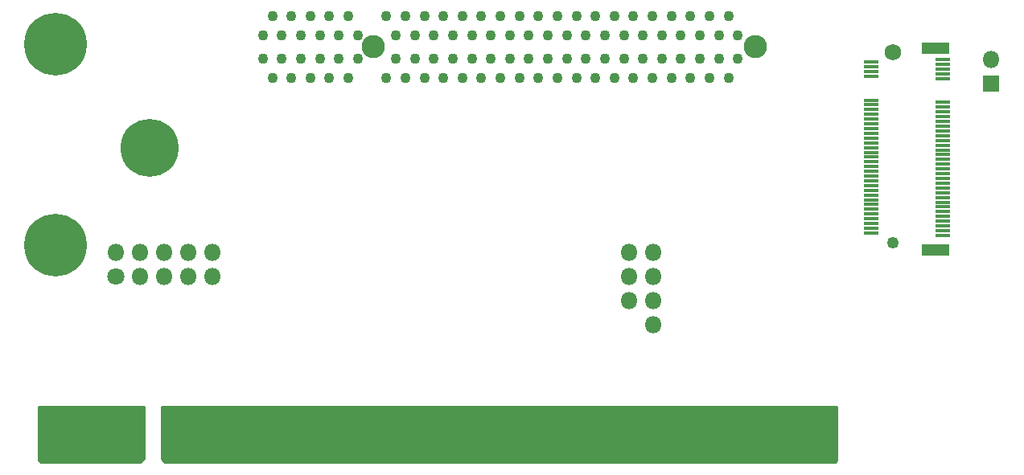
<source format=gbr>
%TF.GenerationSoftware,KiCad,Pcbnew,(5.1.6)-1*%
%TF.CreationDate,2021-07-09T16:03:55+01:00*%
%TF.ProjectId,t9120riser,74393132-3072-4697-9365-722e6b696361,rev?*%
%TF.SameCoordinates,Original*%
%TF.FileFunction,Soldermask,Bot*%
%TF.FilePolarity,Negative*%
%FSLAX46Y46*%
G04 Gerber Fmt 4.6, Leading zero omitted, Abs format (unit mm)*
G04 Created by KiCad (PCBNEW (5.1.6)-1) date 2021-07-09 16:03:55*
%MOMM*%
%LPD*%
G01*
G04 APERTURE LIST*
%ADD10O,1.800000X1.800000*%
%ADD11C,2.450000*%
%ADD12C,1.100000*%
%ADD13C,1.800000*%
%ADD14R,1.800000X1.800000*%
%ADD15R,0.800000X4.300000*%
%ADD16R,0.800000X3.300000*%
%ADD17C,6.100000*%
%ADD18C,6.600000*%
%ADD19R,2.850000X1.300000*%
%ADD20C,1.750000*%
%ADD21C,1.250000*%
%ADD22R,1.650000X0.400000*%
%ADD23C,0.254000*%
G04 APERTURE END LIST*
D10*
%TO.C,J7*%
X138650000Y-120200000D03*
X141190000Y-120200000D03*
X138650000Y-122740000D03*
X141190000Y-122740000D03*
X138650000Y-125280000D03*
X141190000Y-125280000D03*
X141190000Y-127820000D03*
%TD*%
D11*
%TO.C,J2*%
X151910000Y-98600000D03*
D12*
X150100000Y-97350000D03*
X150100000Y-99850000D03*
X149100000Y-95350000D03*
X149100000Y-101850000D03*
X148100000Y-97350000D03*
X148100000Y-99850000D03*
X147100000Y-95350000D03*
X147100000Y-101850000D03*
X146100000Y-97350000D03*
X146100000Y-99850000D03*
X145100000Y-95350000D03*
X145100000Y-101850000D03*
X144100000Y-97350000D03*
X144100000Y-99850000D03*
X143100000Y-95350000D03*
X143100000Y-101850000D03*
X142100000Y-97350000D03*
X142100000Y-99850000D03*
X141100000Y-95350000D03*
X141100000Y-101850000D03*
X140100000Y-97350000D03*
X140100000Y-99850000D03*
X139100000Y-95350000D03*
X139100000Y-101850000D03*
X138100000Y-97350000D03*
X138100000Y-99850000D03*
X137100000Y-95350000D03*
X137100000Y-101850000D03*
X136100000Y-97350000D03*
X136100000Y-99850000D03*
X135100000Y-95350000D03*
X135100000Y-101850000D03*
X134100000Y-97350000D03*
X134100000Y-99850000D03*
X133100000Y-95350000D03*
X133100000Y-101850000D03*
X132100000Y-97350000D03*
X132100000Y-99850000D03*
X131100000Y-95350000D03*
X131100000Y-101850000D03*
X130100000Y-97350000D03*
X130100000Y-99850000D03*
X129100000Y-95350000D03*
X129100000Y-101850000D03*
X128100000Y-97350000D03*
X128100000Y-99850000D03*
X127100000Y-95350000D03*
X127100000Y-101850000D03*
X126100000Y-97350000D03*
X126100000Y-99850000D03*
X125100000Y-95350000D03*
X125100000Y-101850000D03*
X124100000Y-97350000D03*
X124100000Y-99850000D03*
X123100000Y-95350000D03*
X123100000Y-101850000D03*
X122100000Y-97350000D03*
X122100000Y-99850000D03*
X121100000Y-95350000D03*
X121100000Y-101850000D03*
X120100000Y-97350000D03*
X120100000Y-99850000D03*
X119100000Y-95350000D03*
X119100000Y-101850000D03*
X118100000Y-97350000D03*
X118100000Y-99850000D03*
X117100000Y-95350000D03*
X117100000Y-101850000D03*
X116100000Y-97350000D03*
X116100000Y-99850000D03*
X115100000Y-95350000D03*
X115100000Y-101850000D03*
X114100000Y-97350000D03*
X114100000Y-99850000D03*
X113100000Y-95350000D03*
X113100000Y-101850000D03*
D11*
X111750000Y-98600000D03*
D12*
X110100000Y-99850000D03*
X109100000Y-101850000D03*
X108100000Y-99850000D03*
X107100000Y-101850000D03*
X106100000Y-99850000D03*
X105100000Y-101850000D03*
X104100000Y-99850000D03*
X103100000Y-101850000D03*
X102100000Y-99850000D03*
X101100000Y-101850000D03*
X100100000Y-99850000D03*
X110100000Y-97350000D03*
X109100000Y-95350000D03*
X108100000Y-97350000D03*
X107100000Y-95350000D03*
X106100000Y-97350000D03*
X105100000Y-95350000D03*
X104100000Y-97350000D03*
X103100000Y-95350000D03*
X102100000Y-97350000D03*
X101100000Y-95350000D03*
X100100000Y-97350000D03*
%TD*%
D10*
%TO.C,J6*%
X94810000Y-120200000D03*
X94810000Y-122740000D03*
X92270000Y-120200000D03*
X92270000Y-122740000D03*
X89730000Y-120200000D03*
X89730000Y-122740000D03*
X87190000Y-120200000D03*
X87190000Y-122740000D03*
X84650000Y-120200000D03*
D13*
X84650000Y-122740000D03*
%TD*%
D14*
%TO.C,J3*%
X176750000Y-102440000D03*
D10*
X176750000Y-99900000D03*
%TD*%
D15*
%TO.C,J1*%
X110000000Y-138500000D03*
X109000000Y-138500000D03*
X108000000Y-138500000D03*
X107000000Y-138500000D03*
X106000000Y-138500000D03*
X105000000Y-138500000D03*
X104000000Y-138500000D03*
X103000000Y-138500000D03*
X102000000Y-138500000D03*
X101000000Y-138500000D03*
X100000000Y-138500000D03*
X99000000Y-138500000D03*
X98000000Y-138500000D03*
X97000000Y-138500000D03*
X96000000Y-138500000D03*
X95000000Y-138500000D03*
X94000000Y-138500000D03*
X93000000Y-138500000D03*
X92000000Y-138500000D03*
X91000000Y-138500000D03*
X90000000Y-138500000D03*
X87000000Y-138500000D03*
X86000000Y-138500000D03*
X85000000Y-138500000D03*
X84000000Y-138500000D03*
X83000000Y-138500000D03*
X82000000Y-138500000D03*
X81000000Y-138500000D03*
X80000000Y-138500000D03*
X79000000Y-138500000D03*
X78000000Y-138500000D03*
D16*
X77000000Y-138000000D03*
D15*
X111000000Y-138500000D03*
X112000000Y-138500000D03*
X113000000Y-138500000D03*
X114000000Y-138500000D03*
X115000000Y-138500000D03*
X116000000Y-138500000D03*
X117000000Y-138500000D03*
X118000000Y-138500000D03*
X119000000Y-138500000D03*
X120000000Y-138500000D03*
X121000000Y-138500000D03*
X122000000Y-138500000D03*
X123000000Y-138500000D03*
X124000000Y-138500000D03*
X125000000Y-138500000D03*
X126000000Y-138500000D03*
X127000000Y-138500000D03*
X128000000Y-138500000D03*
X129000000Y-138500000D03*
X130000000Y-138500000D03*
X131000000Y-138500000D03*
X132000000Y-138500000D03*
X133000000Y-138500000D03*
X134000000Y-138500000D03*
X135000000Y-138500000D03*
X136000000Y-138500000D03*
X137000000Y-138500000D03*
X138000000Y-138500000D03*
X139000000Y-138500000D03*
X140000000Y-138500000D03*
X141000000Y-138500000D03*
X142000000Y-138500000D03*
X143000000Y-138500000D03*
X144000000Y-138500000D03*
X145000000Y-138500000D03*
X146000000Y-138500000D03*
X147000000Y-138500000D03*
X148000000Y-138500000D03*
X149000000Y-138500000D03*
X150000000Y-138500000D03*
X151000000Y-138500000D03*
X152000000Y-138500000D03*
X153000000Y-138500000D03*
X154000000Y-138500000D03*
X155000000Y-138500000D03*
X156000000Y-138500000D03*
X157000000Y-138500000D03*
X158000000Y-138500000D03*
X159000000Y-138500000D03*
X160000000Y-138500000D03*
%TD*%
D17*
%TO.C,REF\u002A\u002A*%
X88150000Y-109200000D03*
%TD*%
D18*
%TO.C,REF\u002A\u002A*%
X78300000Y-119500000D03*
%TD*%
%TO.C,REF\u002A\u002A*%
X78300000Y-98350000D03*
%TD*%
D19*
%TO.C,J4*%
X170900000Y-98700000D03*
X170900000Y-119950000D03*
D20*
X166400000Y-99200000D03*
D21*
X166400000Y-119200000D03*
D22*
X171675000Y-99950000D03*
X164125000Y-100200000D03*
X171675000Y-100450000D03*
X164125000Y-100700000D03*
X171675000Y-100950000D03*
X164125000Y-101200000D03*
X171675000Y-101450000D03*
X164125000Y-101700000D03*
X171675000Y-101950000D03*
X164125000Y-104200000D03*
X171675000Y-104450000D03*
X164125000Y-104700000D03*
X171675000Y-104950000D03*
X164125000Y-105200000D03*
X171675000Y-105450000D03*
X164125000Y-105700000D03*
X171675000Y-105950000D03*
X164125000Y-106200000D03*
X171675000Y-106450000D03*
X164125000Y-106700000D03*
X171675000Y-106950000D03*
X164125000Y-107200000D03*
X171675000Y-107450000D03*
X164125000Y-107700000D03*
X171675000Y-107950000D03*
X164125000Y-108200000D03*
X171675000Y-108450000D03*
X164125000Y-108700000D03*
X171675000Y-108950000D03*
X164125000Y-109200000D03*
X171675000Y-109450000D03*
X164125000Y-109700000D03*
X171675000Y-109950000D03*
X164125000Y-110200000D03*
X171675000Y-110450000D03*
X164125000Y-110700000D03*
X171675000Y-110950000D03*
X164125000Y-111200000D03*
X171675000Y-111450000D03*
X164125000Y-111700000D03*
X171675000Y-111950000D03*
X164125000Y-112200000D03*
X171675000Y-112450000D03*
X164125000Y-112700000D03*
X171675000Y-112950000D03*
X164125000Y-113200000D03*
X171675000Y-113450000D03*
X164125000Y-113700000D03*
X171675000Y-113950000D03*
X164125000Y-114200000D03*
X171675000Y-114450000D03*
X164125000Y-114700000D03*
X171675000Y-114950000D03*
X164125000Y-115200000D03*
X171675000Y-115450000D03*
X164125000Y-115700000D03*
X171675000Y-115950000D03*
X164125000Y-116200000D03*
X171675000Y-116450000D03*
X164125000Y-116700000D03*
X171675000Y-116950000D03*
X164125000Y-117200000D03*
X171675000Y-117450000D03*
X164125000Y-117700000D03*
X171675000Y-117950000D03*
X164125000Y-118200000D03*
X171675000Y-118450000D03*
%TD*%
D23*
G36*
X87550000Y-142000000D02*
G01*
X87177000Y-142373000D01*
X76723000Y-142373000D01*
X76477000Y-142127000D01*
X76477000Y-136527000D01*
X87550000Y-136527000D01*
X87550000Y-142000000D01*
G37*
X87550000Y-142000000D02*
X87177000Y-142373000D01*
X76723000Y-142373000D01*
X76477000Y-142127000D01*
X76477000Y-136527000D01*
X87550000Y-136527000D01*
X87550000Y-142000000D01*
G36*
X160523000Y-142127000D02*
G01*
X160277000Y-142373000D01*
X89823000Y-142373000D01*
X89450000Y-142000000D01*
X89450000Y-136527000D01*
X160523000Y-136527000D01*
X160523000Y-142127000D01*
G37*
X160523000Y-142127000D02*
X160277000Y-142373000D01*
X89823000Y-142373000D01*
X89450000Y-142000000D01*
X89450000Y-136527000D01*
X160523000Y-136527000D01*
X160523000Y-142127000D01*
M02*

</source>
